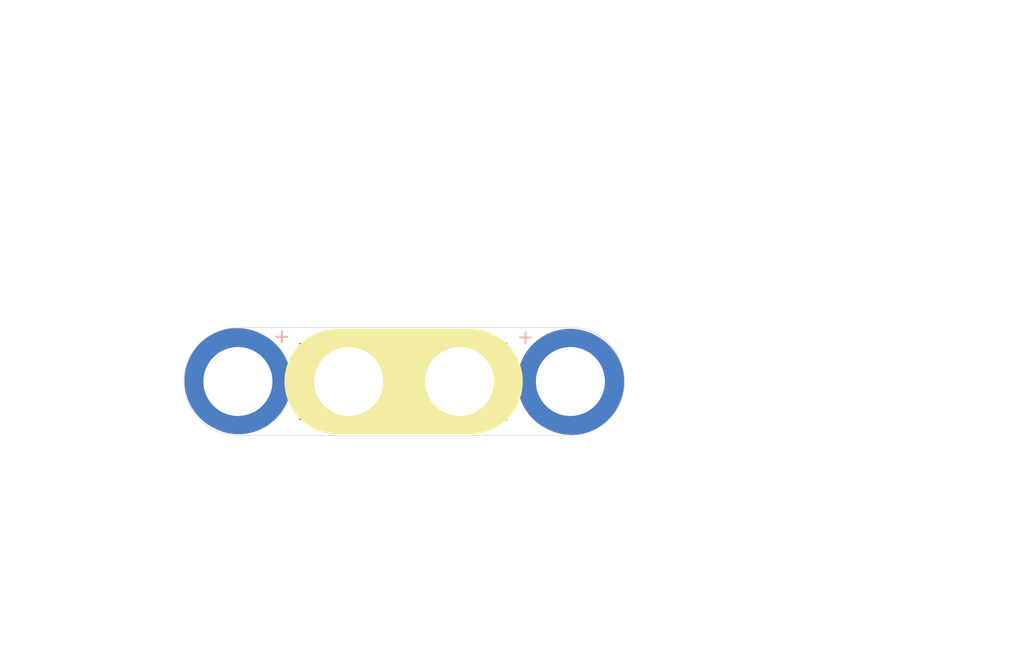
<source format=kicad_pcb>
(kicad_pcb (version 4) (host pcbnew 4.0.5-e0-6337~49~ubuntu16.04.1)

  (general
    (links 2)
    (no_connects 0)
    (area 104.572999 74.854999 178.510001 123.265001)
    (thickness 1.6)
    (drawings 17)
    (tracks 0)
    (zones 0)
    (modules 1)
    (nets 2)
  )

  (page USLetter)
  (title_block
    (title "1x4 CR2032 Coin Cell")
    (date "18 Jan 2017")
    (rev 1.0)
    (company "All rights reserved.")
    (comment 1 help@browndoggadgets.com)
    (comment 2 http://browndoggadgets.com/)
    (comment 3 "Brown Dog Gadgets")
  )

  (layers
    (0 F.Cu signal)
    (31 B.Cu signal)
    (34 B.Paste user)
    (35 F.Paste user)
    (36 B.SilkS user)
    (37 F.SilkS user)
    (38 B.Mask user)
    (39 F.Mask user)
    (40 Dwgs.User user)
    (44 Edge.Cuts user)
    (46 B.CrtYd user)
    (47 F.CrtYd user)
    (48 B.Fab user)
    (49 F.Fab user)
  )

  (setup
    (last_trace_width 0.254)
    (user_trace_width 0.1524)
    (user_trace_width 0.254)
    (user_trace_width 0.3302)
    (user_trace_width 0.508)
    (user_trace_width 0.762)
    (user_trace_width 1.27)
    (trace_clearance 0.254)
    (zone_clearance 0.508)
    (zone_45_only no)
    (trace_min 0.1524)
    (segment_width 0.1524)
    (edge_width 0.1524)
    (via_size 0.6858)
    (via_drill 0.3302)
    (via_min_size 0.6858)
    (via_min_drill 0.3302)
    (user_via 0.6858 0.3302)
    (user_via 0.762 0.4064)
    (user_via 0.8636 0.508)
    (uvia_size 0.6858)
    (uvia_drill 0.3302)
    (uvias_allowed no)
    (uvia_min_size 0)
    (uvia_min_drill 0)
    (pcb_text_width 0.1524)
    (pcb_text_size 1.016 1.016)
    (mod_edge_width 0.1524)
    (mod_text_size 1.016 1.016)
    (mod_text_width 0.1524)
    (pad_size 1.524 1.524)
    (pad_drill 0.762)
    (pad_to_mask_clearance 0.0762)
    (solder_mask_min_width 0.1016)
    (pad_to_paste_clearance -0.0762)
    (aux_axis_origin 0 0)
    (visible_elements FFFEDF7D)
    (pcbplotparams
      (layerselection 0x310fc_80000001)
      (usegerberextensions true)
      (excludeedgelayer true)
      (linewidth 0.100000)
      (plotframeref false)
      (viasonmask false)
      (mode 1)
      (useauxorigin false)
      (hpglpennumber 1)
      (hpglpenspeed 20)
      (hpglpendiameter 15)
      (hpglpenoverlay 2)
      (psnegative false)
      (psa4output false)
      (plotreference true)
      (plotvalue true)
      (plotinvisibletext false)
      (padsonsilk false)
      (subtractmaskfromsilk false)
      (outputformat 1)
      (mirror false)
      (drillshape 0)
      (scaleselection 1)
      (outputdirectory gerbers))
  )

  (net 0 "")
  (net 1 GND)

  (net_class Default "This is the default net class."
    (clearance 0.254)
    (trace_width 0.254)
    (via_dia 0.6858)
    (via_drill 0.3302)
    (uvia_dia 0.6858)
    (uvia_drill 0.3302)
    (add_net GND)
  )

  (module Crazy_Circuits:CR2032-1x4 (layer F.Cu) (tedit 587FEF5F) (tstamp 587FF64D)
    (at 121.7452 102.4128)
    (descr https://www.linxtechnologies.com/resources/diagrams/bat-hld-001.pdf)
    (path /5858515E)
    (fp_text reference BT1 (at 16 -2.5) (layer F.SilkS) hide
      (effects (font (size 1 1) (thickness 0.15)))
    )
    (fp_text value Battery (at 8.5 -2.5) (layer F.Fab) hide
      (effects (font (size 1 1) (thickness 0.15)))
    )
    (fp_text user %R (at 12 0) (layer F.Fab)
      (effects (font (size 1 1) (thickness 0.15)))
    )
    (fp_line (start 8 0) (end 16 0) (layer B.Mask) (width 7.2))
    (fp_text user + (at 20.7488 -3.2512) (layer B.SilkS)
      (effects (font (size 1 1) (thickness 0.15)) (justify mirror))
    )
    (fp_text user + (at 3.172 -3.302) (layer B.SilkS)
      (effects (font (size 1 1) (thickness 0.15)) (justify mirror))
    )
    (fp_line (start 8 0) (end 16 0) (layer B.Cu) (width 7.2))
    (fp_line (start 24 -3.9) (end 0 -3.9) (layer Edge.Cuts) (width 0.04064))
    (fp_arc (start 0 0) (end 0 3.9) (angle 179.8) (layer Edge.Cuts) (width 0.04064))
    (fp_arc (start 24 0) (end 24 -3.9) (angle 179.8) (layer Edge.Cuts) (width 0.04064))
    (fp_line (start 24 3.9) (end 0 3.9) (layer Edge.Cuts) (width 0.04064))
    (fp_line (start 24 -3.9) (end 0 -3.9) (layer F.Fab) (width 0.04064))
    (fp_arc (start 0 0) (end 0 3.9) (angle 179.8) (layer F.Fab) (width 0.04064))
    (fp_arc (start 24 0) (end 24 -3.9) (angle 179.8) (layer F.Fab) (width 0.04064))
    (fp_line (start 24 3.9) (end 0 3.9) (layer F.Fab) (width 0.04064))
    (fp_line (start 7.1628 0) (end 16.764 0) (layer F.SilkS) (width 7.6))
    (fp_line (start -0.0508 -0.0508) (end 0.0508 0) (layer F.Cu) (width 7.6))
    (fp_line (start -0.0508 -0.0508) (end 0.0508 0) (layer F.Mask) (width 7.6))
    (fp_line (start 23.9776 0) (end 24.0792 0.0508) (layer B.Cu) (width 7.6))
    (fp_line (start 23.9776 0) (end 24.0792 0.0508) (layer B.Mask) (width 7.6))
    (fp_line (start -0.0508 -0.0508) (end 0.0508 0) (layer B.Cu) (width 7.6))
    (fp_line (start -0.0508 -0.0508) (end 0.0508 0) (layer B.Mask) (width 7.6))
    (fp_line (start 23.9776 0) (end 24.0792 0.0508) (layer F.Cu) (width 7.6))
    (fp_line (start 23.9776 0) (end 24.0792 0.0508) (layer F.Mask) (width 7.6))
    (pad GND thru_hole circle (at 16 0) (size 6 6) (drill 4.98) (layers *.Cu *.Mask)
      (net 1 GND))
    (pad GND thru_hole circle (at 8 0) (size 6 6) (drill 4.98) (layers *.Cu *.Mask)
      (net 1 GND))
    (pad + thru_hole circle (at 0 0) (size 6 6) (drill 4.98) (layers *.Cu *.Mask))
    (pad 1 thru_hole circle (at 24 0) (size 6 6) (drill 4.98) (layers *.Cu *.Mask))
    (pad GND smd rect (at 11.932 0) (size 15 5.56) (layers F.Cu F.Paste F.Mask)
      (net 1 GND))
  )

  (gr_circle (center 117.348 76.962) (end 118.618 76.962) (layer Dwgs.User) (width 0.15))
  (gr_line (start 114.427 78.994) (end 114.427 74.93) (angle 90) (layer Dwgs.User) (width 0.15))
  (gr_line (start 120.269 78.994) (end 114.427 78.994) (angle 90) (layer Dwgs.User) (width 0.15))
  (gr_line (start 120.269 74.93) (end 120.269 78.994) (angle 90) (layer Dwgs.User) (width 0.15))
  (gr_line (start 114.427 74.93) (end 120.269 74.93) (angle 90) (layer Dwgs.User) (width 0.15))
  (gr_line (start 120.523 93.98) (end 104.648 93.98) (angle 90) (layer Dwgs.User) (width 0.15))
  (gr_line (start 173.355 102.235) (end 173.355 94.615) (angle 90) (layer Dwgs.User) (width 0.15))
  (gr_line (start 178.435 102.235) (end 173.355 102.235) (angle 90) (layer Dwgs.User) (width 0.15))
  (gr_line (start 178.435 94.615) (end 178.435 102.235) (angle 90) (layer Dwgs.User) (width 0.15))
  (gr_line (start 173.355 94.615) (end 178.435 94.615) (angle 90) (layer Dwgs.User) (width 0.15))
  (gr_line (start 109.093 123.19) (end 109.093 114.3) (angle 90) (layer Dwgs.User) (width 0.15))
  (gr_line (start 122.428 123.19) (end 109.093 123.19) (angle 90) (layer Dwgs.User) (width 0.15))
  (gr_line (start 122.428 114.3) (end 122.428 123.19) (angle 90) (layer Dwgs.User) (width 0.15))
  (gr_line (start 109.093 114.3) (end 122.428 114.3) (angle 90) (layer Dwgs.User) (width 0.15))
  (gr_line (start 104.648 93.98) (end 104.648 82.55) (angle 90) (layer Dwgs.User) (width 0.15))
  (gr_line (start 120.523 82.55) (end 120.523 93.98) (angle 90) (layer Dwgs.User) (width 0.15))
  (gr_line (start 104.648 82.55) (end 120.523 82.55) (angle 90) (layer Dwgs.User) (width 0.15))

)

</source>
